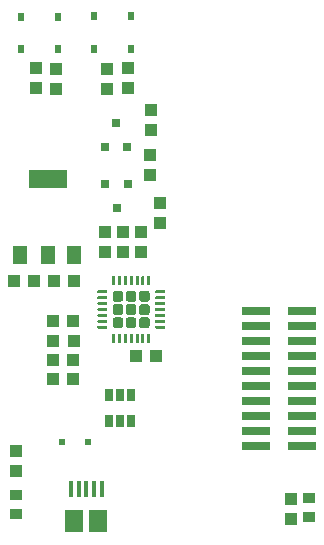
<source format=gbr>
G04 #@! TF.GenerationSoftware,KiCad,Pcbnew,(5.1.5-0-10_14)*
G04 #@! TF.CreationDate,2020-02-28T10:22:06-08:00*
G04 #@! TF.ProjectId,esp-prog,6573702d-7072-46f6-972e-6b696361645f,rev?*
G04 #@! TF.SameCoordinates,Original*
G04 #@! TF.FileFunction,Paste,Top*
G04 #@! TF.FilePolarity,Positive*
%FSLAX46Y46*%
G04 Gerber Fmt 4.6, Leading zero omitted, Abs format (unit mm)*
G04 Created by KiCad (PCBNEW (5.1.5-0-10_14)) date 2020-02-28 10:22:06*
%MOMM*%
%LPD*%
G04 APERTURE LIST*
%ADD10R,2.400000X0.740000*%
%ADD11R,1.000000X1.000000*%
%ADD12R,1.000000X0.820000*%
%ADD13R,0.600000X0.650000*%
%ADD14C,0.127000*%
%ADD15R,3.300000X1.500000*%
%ADD16R,1.200000X1.500000*%
%ADD17R,0.800100X0.800100*%
%ADD18R,1.500000X1.900000*%
%ADD19R,0.400000X1.350000*%
%ADD20R,0.650000X1.060000*%
%ADD21R,0.500000X0.500000*%
G04 APERTURE END LIST*
D10*
X52800000Y-65515000D03*
X56700000Y-65515000D03*
X52800000Y-64245000D03*
X56700000Y-64245000D03*
X52800000Y-62975000D03*
X56700000Y-62975000D03*
X52800000Y-61705000D03*
X56700000Y-61705000D03*
X52800000Y-60435000D03*
X56700000Y-60435000D03*
X52800000Y-59165000D03*
X56700000Y-59165000D03*
X52800000Y-57895000D03*
X56700000Y-57895000D03*
X52800000Y-56625000D03*
X56700000Y-56625000D03*
X52800000Y-55355000D03*
X56700000Y-55355000D03*
X52800000Y-54085000D03*
X56700000Y-54085000D03*
D11*
X55710000Y-71710000D03*
X55710000Y-70010000D03*
D12*
X57240000Y-71600000D03*
X57240000Y-70000000D03*
D13*
X42190000Y-31925000D03*
X39090000Y-31925000D03*
X42190000Y-29175000D03*
X39090000Y-29175000D03*
X35990000Y-31945000D03*
X32890000Y-31945000D03*
X35990000Y-29195000D03*
X32890000Y-29195000D03*
D14*
G36*
X40768626Y-51150301D02*
G01*
X40774693Y-51151201D01*
X40780643Y-51152691D01*
X40786418Y-51154758D01*
X40791962Y-51157380D01*
X40797223Y-51160533D01*
X40802150Y-51164187D01*
X40806694Y-51168306D01*
X40810813Y-51172850D01*
X40814467Y-51177777D01*
X40817620Y-51183038D01*
X40820242Y-51188582D01*
X40822309Y-51194357D01*
X40823799Y-51200307D01*
X40824699Y-51206374D01*
X40825000Y-51212500D01*
X40825000Y-51887500D01*
X40824699Y-51893626D01*
X40823799Y-51899693D01*
X40822309Y-51905643D01*
X40820242Y-51911418D01*
X40817620Y-51916962D01*
X40814467Y-51922223D01*
X40810813Y-51927150D01*
X40806694Y-51931694D01*
X40802150Y-51935813D01*
X40797223Y-51939467D01*
X40791962Y-51942620D01*
X40786418Y-51945242D01*
X40780643Y-51947309D01*
X40774693Y-51948799D01*
X40768626Y-51949699D01*
X40762500Y-51950000D01*
X40637500Y-51950000D01*
X40631374Y-51949699D01*
X40625307Y-51948799D01*
X40619357Y-51947309D01*
X40613582Y-51945242D01*
X40608038Y-51942620D01*
X40602777Y-51939467D01*
X40597850Y-51935813D01*
X40593306Y-51931694D01*
X40589187Y-51927150D01*
X40585533Y-51922223D01*
X40582380Y-51916962D01*
X40579758Y-51911418D01*
X40577691Y-51905643D01*
X40576201Y-51899693D01*
X40575301Y-51893626D01*
X40575000Y-51887500D01*
X40575000Y-51212500D01*
X40575301Y-51206374D01*
X40576201Y-51200307D01*
X40577691Y-51194357D01*
X40579758Y-51188582D01*
X40582380Y-51183038D01*
X40585533Y-51177777D01*
X40589187Y-51172850D01*
X40593306Y-51168306D01*
X40597850Y-51164187D01*
X40602777Y-51160533D01*
X40608038Y-51157380D01*
X40613582Y-51154758D01*
X40619357Y-51152691D01*
X40625307Y-51151201D01*
X40631374Y-51150301D01*
X40637500Y-51150000D01*
X40762500Y-51150000D01*
X40768626Y-51150301D01*
G37*
G36*
X41268626Y-51150301D02*
G01*
X41274693Y-51151201D01*
X41280643Y-51152691D01*
X41286418Y-51154758D01*
X41291962Y-51157380D01*
X41297223Y-51160533D01*
X41302150Y-51164187D01*
X41306694Y-51168306D01*
X41310813Y-51172850D01*
X41314467Y-51177777D01*
X41317620Y-51183038D01*
X41320242Y-51188582D01*
X41322309Y-51194357D01*
X41323799Y-51200307D01*
X41324699Y-51206374D01*
X41325000Y-51212500D01*
X41325000Y-51887500D01*
X41324699Y-51893626D01*
X41323799Y-51899693D01*
X41322309Y-51905643D01*
X41320242Y-51911418D01*
X41317620Y-51916962D01*
X41314467Y-51922223D01*
X41310813Y-51927150D01*
X41306694Y-51931694D01*
X41302150Y-51935813D01*
X41297223Y-51939467D01*
X41291962Y-51942620D01*
X41286418Y-51945242D01*
X41280643Y-51947309D01*
X41274693Y-51948799D01*
X41268626Y-51949699D01*
X41262500Y-51950000D01*
X41137500Y-51950000D01*
X41131374Y-51949699D01*
X41125307Y-51948799D01*
X41119357Y-51947309D01*
X41113582Y-51945242D01*
X41108038Y-51942620D01*
X41102777Y-51939467D01*
X41097850Y-51935813D01*
X41093306Y-51931694D01*
X41089187Y-51927150D01*
X41085533Y-51922223D01*
X41082380Y-51916962D01*
X41079758Y-51911418D01*
X41077691Y-51905643D01*
X41076201Y-51899693D01*
X41075301Y-51893626D01*
X41075000Y-51887500D01*
X41075000Y-51212500D01*
X41075301Y-51206374D01*
X41076201Y-51200307D01*
X41077691Y-51194357D01*
X41079758Y-51188582D01*
X41082380Y-51183038D01*
X41085533Y-51177777D01*
X41089187Y-51172850D01*
X41093306Y-51168306D01*
X41097850Y-51164187D01*
X41102777Y-51160533D01*
X41108038Y-51157380D01*
X41113582Y-51154758D01*
X41119357Y-51152691D01*
X41125307Y-51151201D01*
X41131374Y-51150301D01*
X41137500Y-51150000D01*
X41262500Y-51150000D01*
X41268626Y-51150301D01*
G37*
G36*
X41768626Y-51150301D02*
G01*
X41774693Y-51151201D01*
X41780643Y-51152691D01*
X41786418Y-51154758D01*
X41791962Y-51157380D01*
X41797223Y-51160533D01*
X41802150Y-51164187D01*
X41806694Y-51168306D01*
X41810813Y-51172850D01*
X41814467Y-51177777D01*
X41817620Y-51183038D01*
X41820242Y-51188582D01*
X41822309Y-51194357D01*
X41823799Y-51200307D01*
X41824699Y-51206374D01*
X41825000Y-51212500D01*
X41825000Y-51887500D01*
X41824699Y-51893626D01*
X41823799Y-51899693D01*
X41822309Y-51905643D01*
X41820242Y-51911418D01*
X41817620Y-51916962D01*
X41814467Y-51922223D01*
X41810813Y-51927150D01*
X41806694Y-51931694D01*
X41802150Y-51935813D01*
X41797223Y-51939467D01*
X41791962Y-51942620D01*
X41786418Y-51945242D01*
X41780643Y-51947309D01*
X41774693Y-51948799D01*
X41768626Y-51949699D01*
X41762500Y-51950000D01*
X41637500Y-51950000D01*
X41631374Y-51949699D01*
X41625307Y-51948799D01*
X41619357Y-51947309D01*
X41613582Y-51945242D01*
X41608038Y-51942620D01*
X41602777Y-51939467D01*
X41597850Y-51935813D01*
X41593306Y-51931694D01*
X41589187Y-51927150D01*
X41585533Y-51922223D01*
X41582380Y-51916962D01*
X41579758Y-51911418D01*
X41577691Y-51905643D01*
X41576201Y-51899693D01*
X41575301Y-51893626D01*
X41575000Y-51887500D01*
X41575000Y-51212500D01*
X41575301Y-51206374D01*
X41576201Y-51200307D01*
X41577691Y-51194357D01*
X41579758Y-51188582D01*
X41582380Y-51183038D01*
X41585533Y-51177777D01*
X41589187Y-51172850D01*
X41593306Y-51168306D01*
X41597850Y-51164187D01*
X41602777Y-51160533D01*
X41608038Y-51157380D01*
X41613582Y-51154758D01*
X41619357Y-51152691D01*
X41625307Y-51151201D01*
X41631374Y-51150301D01*
X41637500Y-51150000D01*
X41762500Y-51150000D01*
X41768626Y-51150301D01*
G37*
G36*
X42268626Y-51150301D02*
G01*
X42274693Y-51151201D01*
X42280643Y-51152691D01*
X42286418Y-51154758D01*
X42291962Y-51157380D01*
X42297223Y-51160533D01*
X42302150Y-51164187D01*
X42306694Y-51168306D01*
X42310813Y-51172850D01*
X42314467Y-51177777D01*
X42317620Y-51183038D01*
X42320242Y-51188582D01*
X42322309Y-51194357D01*
X42323799Y-51200307D01*
X42324699Y-51206374D01*
X42325000Y-51212500D01*
X42325000Y-51887500D01*
X42324699Y-51893626D01*
X42323799Y-51899693D01*
X42322309Y-51905643D01*
X42320242Y-51911418D01*
X42317620Y-51916962D01*
X42314467Y-51922223D01*
X42310813Y-51927150D01*
X42306694Y-51931694D01*
X42302150Y-51935813D01*
X42297223Y-51939467D01*
X42291962Y-51942620D01*
X42286418Y-51945242D01*
X42280643Y-51947309D01*
X42274693Y-51948799D01*
X42268626Y-51949699D01*
X42262500Y-51950000D01*
X42137500Y-51950000D01*
X42131374Y-51949699D01*
X42125307Y-51948799D01*
X42119357Y-51947309D01*
X42113582Y-51945242D01*
X42108038Y-51942620D01*
X42102777Y-51939467D01*
X42097850Y-51935813D01*
X42093306Y-51931694D01*
X42089187Y-51927150D01*
X42085533Y-51922223D01*
X42082380Y-51916962D01*
X42079758Y-51911418D01*
X42077691Y-51905643D01*
X42076201Y-51899693D01*
X42075301Y-51893626D01*
X42075000Y-51887500D01*
X42075000Y-51212500D01*
X42075301Y-51206374D01*
X42076201Y-51200307D01*
X42077691Y-51194357D01*
X42079758Y-51188582D01*
X42082380Y-51183038D01*
X42085533Y-51177777D01*
X42089187Y-51172850D01*
X42093306Y-51168306D01*
X42097850Y-51164187D01*
X42102777Y-51160533D01*
X42108038Y-51157380D01*
X42113582Y-51154758D01*
X42119357Y-51152691D01*
X42125307Y-51151201D01*
X42131374Y-51150301D01*
X42137500Y-51150000D01*
X42262500Y-51150000D01*
X42268626Y-51150301D01*
G37*
G36*
X42768626Y-51150301D02*
G01*
X42774693Y-51151201D01*
X42780643Y-51152691D01*
X42786418Y-51154758D01*
X42791962Y-51157380D01*
X42797223Y-51160533D01*
X42802150Y-51164187D01*
X42806694Y-51168306D01*
X42810813Y-51172850D01*
X42814467Y-51177777D01*
X42817620Y-51183038D01*
X42820242Y-51188582D01*
X42822309Y-51194357D01*
X42823799Y-51200307D01*
X42824699Y-51206374D01*
X42825000Y-51212500D01*
X42825000Y-51887500D01*
X42824699Y-51893626D01*
X42823799Y-51899693D01*
X42822309Y-51905643D01*
X42820242Y-51911418D01*
X42817620Y-51916962D01*
X42814467Y-51922223D01*
X42810813Y-51927150D01*
X42806694Y-51931694D01*
X42802150Y-51935813D01*
X42797223Y-51939467D01*
X42791962Y-51942620D01*
X42786418Y-51945242D01*
X42780643Y-51947309D01*
X42774693Y-51948799D01*
X42768626Y-51949699D01*
X42762500Y-51950000D01*
X42637500Y-51950000D01*
X42631374Y-51949699D01*
X42625307Y-51948799D01*
X42619357Y-51947309D01*
X42613582Y-51945242D01*
X42608038Y-51942620D01*
X42602777Y-51939467D01*
X42597850Y-51935813D01*
X42593306Y-51931694D01*
X42589187Y-51927150D01*
X42585533Y-51922223D01*
X42582380Y-51916962D01*
X42579758Y-51911418D01*
X42577691Y-51905643D01*
X42576201Y-51899693D01*
X42575301Y-51893626D01*
X42575000Y-51887500D01*
X42575000Y-51212500D01*
X42575301Y-51206374D01*
X42576201Y-51200307D01*
X42577691Y-51194357D01*
X42579758Y-51188582D01*
X42582380Y-51183038D01*
X42585533Y-51177777D01*
X42589187Y-51172850D01*
X42593306Y-51168306D01*
X42597850Y-51164187D01*
X42602777Y-51160533D01*
X42608038Y-51157380D01*
X42613582Y-51154758D01*
X42619357Y-51152691D01*
X42625307Y-51151201D01*
X42631374Y-51150301D01*
X42637500Y-51150000D01*
X42762500Y-51150000D01*
X42768626Y-51150301D01*
G37*
G36*
X43268626Y-51150301D02*
G01*
X43274693Y-51151201D01*
X43280643Y-51152691D01*
X43286418Y-51154758D01*
X43291962Y-51157380D01*
X43297223Y-51160533D01*
X43302150Y-51164187D01*
X43306694Y-51168306D01*
X43310813Y-51172850D01*
X43314467Y-51177777D01*
X43317620Y-51183038D01*
X43320242Y-51188582D01*
X43322309Y-51194357D01*
X43323799Y-51200307D01*
X43324699Y-51206374D01*
X43325000Y-51212500D01*
X43325000Y-51887500D01*
X43324699Y-51893626D01*
X43323799Y-51899693D01*
X43322309Y-51905643D01*
X43320242Y-51911418D01*
X43317620Y-51916962D01*
X43314467Y-51922223D01*
X43310813Y-51927150D01*
X43306694Y-51931694D01*
X43302150Y-51935813D01*
X43297223Y-51939467D01*
X43291962Y-51942620D01*
X43286418Y-51945242D01*
X43280643Y-51947309D01*
X43274693Y-51948799D01*
X43268626Y-51949699D01*
X43262500Y-51950000D01*
X43137500Y-51950000D01*
X43131374Y-51949699D01*
X43125307Y-51948799D01*
X43119357Y-51947309D01*
X43113582Y-51945242D01*
X43108038Y-51942620D01*
X43102777Y-51939467D01*
X43097850Y-51935813D01*
X43093306Y-51931694D01*
X43089187Y-51927150D01*
X43085533Y-51922223D01*
X43082380Y-51916962D01*
X43079758Y-51911418D01*
X43077691Y-51905643D01*
X43076201Y-51899693D01*
X43075301Y-51893626D01*
X43075000Y-51887500D01*
X43075000Y-51212500D01*
X43075301Y-51206374D01*
X43076201Y-51200307D01*
X43077691Y-51194357D01*
X43079758Y-51188582D01*
X43082380Y-51183038D01*
X43085533Y-51177777D01*
X43089187Y-51172850D01*
X43093306Y-51168306D01*
X43097850Y-51164187D01*
X43102777Y-51160533D01*
X43108038Y-51157380D01*
X43113582Y-51154758D01*
X43119357Y-51152691D01*
X43125307Y-51151201D01*
X43131374Y-51150301D01*
X43137500Y-51150000D01*
X43262500Y-51150000D01*
X43268626Y-51150301D01*
G37*
G36*
X43768626Y-51150301D02*
G01*
X43774693Y-51151201D01*
X43780643Y-51152691D01*
X43786418Y-51154758D01*
X43791962Y-51157380D01*
X43797223Y-51160533D01*
X43802150Y-51164187D01*
X43806694Y-51168306D01*
X43810813Y-51172850D01*
X43814467Y-51177777D01*
X43817620Y-51183038D01*
X43820242Y-51188582D01*
X43822309Y-51194357D01*
X43823799Y-51200307D01*
X43824699Y-51206374D01*
X43825000Y-51212500D01*
X43825000Y-51887500D01*
X43824699Y-51893626D01*
X43823799Y-51899693D01*
X43822309Y-51905643D01*
X43820242Y-51911418D01*
X43817620Y-51916962D01*
X43814467Y-51922223D01*
X43810813Y-51927150D01*
X43806694Y-51931694D01*
X43802150Y-51935813D01*
X43797223Y-51939467D01*
X43791962Y-51942620D01*
X43786418Y-51945242D01*
X43780643Y-51947309D01*
X43774693Y-51948799D01*
X43768626Y-51949699D01*
X43762500Y-51950000D01*
X43637500Y-51950000D01*
X43631374Y-51949699D01*
X43625307Y-51948799D01*
X43619357Y-51947309D01*
X43613582Y-51945242D01*
X43608038Y-51942620D01*
X43602777Y-51939467D01*
X43597850Y-51935813D01*
X43593306Y-51931694D01*
X43589187Y-51927150D01*
X43585533Y-51922223D01*
X43582380Y-51916962D01*
X43579758Y-51911418D01*
X43577691Y-51905643D01*
X43576201Y-51899693D01*
X43575301Y-51893626D01*
X43575000Y-51887500D01*
X43575000Y-51212500D01*
X43575301Y-51206374D01*
X43576201Y-51200307D01*
X43577691Y-51194357D01*
X43579758Y-51188582D01*
X43582380Y-51183038D01*
X43585533Y-51177777D01*
X43589187Y-51172850D01*
X43593306Y-51168306D01*
X43597850Y-51164187D01*
X43602777Y-51160533D01*
X43608038Y-51157380D01*
X43613582Y-51154758D01*
X43619357Y-51152691D01*
X43625307Y-51151201D01*
X43631374Y-51150301D01*
X43637500Y-51150000D01*
X43762500Y-51150000D01*
X43768626Y-51150301D01*
G37*
G36*
X44993626Y-52375301D02*
G01*
X44999693Y-52376201D01*
X45005643Y-52377691D01*
X45011418Y-52379758D01*
X45016962Y-52382380D01*
X45022223Y-52385533D01*
X45027150Y-52389187D01*
X45031694Y-52393306D01*
X45035813Y-52397850D01*
X45039467Y-52402777D01*
X45042620Y-52408038D01*
X45045242Y-52413582D01*
X45047309Y-52419357D01*
X45048799Y-52425307D01*
X45049699Y-52431374D01*
X45050000Y-52437500D01*
X45050000Y-52562500D01*
X45049699Y-52568626D01*
X45048799Y-52574693D01*
X45047309Y-52580643D01*
X45045242Y-52586418D01*
X45042620Y-52591962D01*
X45039467Y-52597223D01*
X45035813Y-52602150D01*
X45031694Y-52606694D01*
X45027150Y-52610813D01*
X45022223Y-52614467D01*
X45016962Y-52617620D01*
X45011418Y-52620242D01*
X45005643Y-52622309D01*
X44999693Y-52623799D01*
X44993626Y-52624699D01*
X44987500Y-52625000D01*
X44312500Y-52625000D01*
X44306374Y-52624699D01*
X44300307Y-52623799D01*
X44294357Y-52622309D01*
X44288582Y-52620242D01*
X44283038Y-52617620D01*
X44277777Y-52614467D01*
X44272850Y-52610813D01*
X44268306Y-52606694D01*
X44264187Y-52602150D01*
X44260533Y-52597223D01*
X44257380Y-52591962D01*
X44254758Y-52586418D01*
X44252691Y-52580643D01*
X44251201Y-52574693D01*
X44250301Y-52568626D01*
X44250000Y-52562500D01*
X44250000Y-52437500D01*
X44250301Y-52431374D01*
X44251201Y-52425307D01*
X44252691Y-52419357D01*
X44254758Y-52413582D01*
X44257380Y-52408038D01*
X44260533Y-52402777D01*
X44264187Y-52397850D01*
X44268306Y-52393306D01*
X44272850Y-52389187D01*
X44277777Y-52385533D01*
X44283038Y-52382380D01*
X44288582Y-52379758D01*
X44294357Y-52377691D01*
X44300307Y-52376201D01*
X44306374Y-52375301D01*
X44312500Y-52375000D01*
X44987500Y-52375000D01*
X44993626Y-52375301D01*
G37*
G36*
X44993626Y-52875301D02*
G01*
X44999693Y-52876201D01*
X45005643Y-52877691D01*
X45011418Y-52879758D01*
X45016962Y-52882380D01*
X45022223Y-52885533D01*
X45027150Y-52889187D01*
X45031694Y-52893306D01*
X45035813Y-52897850D01*
X45039467Y-52902777D01*
X45042620Y-52908038D01*
X45045242Y-52913582D01*
X45047309Y-52919357D01*
X45048799Y-52925307D01*
X45049699Y-52931374D01*
X45050000Y-52937500D01*
X45050000Y-53062500D01*
X45049699Y-53068626D01*
X45048799Y-53074693D01*
X45047309Y-53080643D01*
X45045242Y-53086418D01*
X45042620Y-53091962D01*
X45039467Y-53097223D01*
X45035813Y-53102150D01*
X45031694Y-53106694D01*
X45027150Y-53110813D01*
X45022223Y-53114467D01*
X45016962Y-53117620D01*
X45011418Y-53120242D01*
X45005643Y-53122309D01*
X44999693Y-53123799D01*
X44993626Y-53124699D01*
X44987500Y-53125000D01*
X44312500Y-53125000D01*
X44306374Y-53124699D01*
X44300307Y-53123799D01*
X44294357Y-53122309D01*
X44288582Y-53120242D01*
X44283038Y-53117620D01*
X44277777Y-53114467D01*
X44272850Y-53110813D01*
X44268306Y-53106694D01*
X44264187Y-53102150D01*
X44260533Y-53097223D01*
X44257380Y-53091962D01*
X44254758Y-53086418D01*
X44252691Y-53080643D01*
X44251201Y-53074693D01*
X44250301Y-53068626D01*
X44250000Y-53062500D01*
X44250000Y-52937500D01*
X44250301Y-52931374D01*
X44251201Y-52925307D01*
X44252691Y-52919357D01*
X44254758Y-52913582D01*
X44257380Y-52908038D01*
X44260533Y-52902777D01*
X44264187Y-52897850D01*
X44268306Y-52893306D01*
X44272850Y-52889187D01*
X44277777Y-52885533D01*
X44283038Y-52882380D01*
X44288582Y-52879758D01*
X44294357Y-52877691D01*
X44300307Y-52876201D01*
X44306374Y-52875301D01*
X44312500Y-52875000D01*
X44987500Y-52875000D01*
X44993626Y-52875301D01*
G37*
G36*
X44993626Y-53375301D02*
G01*
X44999693Y-53376201D01*
X45005643Y-53377691D01*
X45011418Y-53379758D01*
X45016962Y-53382380D01*
X45022223Y-53385533D01*
X45027150Y-53389187D01*
X45031694Y-53393306D01*
X45035813Y-53397850D01*
X45039467Y-53402777D01*
X45042620Y-53408038D01*
X45045242Y-53413582D01*
X45047309Y-53419357D01*
X45048799Y-53425307D01*
X45049699Y-53431374D01*
X45050000Y-53437500D01*
X45050000Y-53562500D01*
X45049699Y-53568626D01*
X45048799Y-53574693D01*
X45047309Y-53580643D01*
X45045242Y-53586418D01*
X45042620Y-53591962D01*
X45039467Y-53597223D01*
X45035813Y-53602150D01*
X45031694Y-53606694D01*
X45027150Y-53610813D01*
X45022223Y-53614467D01*
X45016962Y-53617620D01*
X45011418Y-53620242D01*
X45005643Y-53622309D01*
X44999693Y-53623799D01*
X44993626Y-53624699D01*
X44987500Y-53625000D01*
X44312500Y-53625000D01*
X44306374Y-53624699D01*
X44300307Y-53623799D01*
X44294357Y-53622309D01*
X44288582Y-53620242D01*
X44283038Y-53617620D01*
X44277777Y-53614467D01*
X44272850Y-53610813D01*
X44268306Y-53606694D01*
X44264187Y-53602150D01*
X44260533Y-53597223D01*
X44257380Y-53591962D01*
X44254758Y-53586418D01*
X44252691Y-53580643D01*
X44251201Y-53574693D01*
X44250301Y-53568626D01*
X44250000Y-53562500D01*
X44250000Y-53437500D01*
X44250301Y-53431374D01*
X44251201Y-53425307D01*
X44252691Y-53419357D01*
X44254758Y-53413582D01*
X44257380Y-53408038D01*
X44260533Y-53402777D01*
X44264187Y-53397850D01*
X44268306Y-53393306D01*
X44272850Y-53389187D01*
X44277777Y-53385533D01*
X44283038Y-53382380D01*
X44288582Y-53379758D01*
X44294357Y-53377691D01*
X44300307Y-53376201D01*
X44306374Y-53375301D01*
X44312500Y-53375000D01*
X44987500Y-53375000D01*
X44993626Y-53375301D01*
G37*
G36*
X44993626Y-53875301D02*
G01*
X44999693Y-53876201D01*
X45005643Y-53877691D01*
X45011418Y-53879758D01*
X45016962Y-53882380D01*
X45022223Y-53885533D01*
X45027150Y-53889187D01*
X45031694Y-53893306D01*
X45035813Y-53897850D01*
X45039467Y-53902777D01*
X45042620Y-53908038D01*
X45045242Y-53913582D01*
X45047309Y-53919357D01*
X45048799Y-53925307D01*
X45049699Y-53931374D01*
X45050000Y-53937500D01*
X45050000Y-54062500D01*
X45049699Y-54068626D01*
X45048799Y-54074693D01*
X45047309Y-54080643D01*
X45045242Y-54086418D01*
X45042620Y-54091962D01*
X45039467Y-54097223D01*
X45035813Y-54102150D01*
X45031694Y-54106694D01*
X45027150Y-54110813D01*
X45022223Y-54114467D01*
X45016962Y-54117620D01*
X45011418Y-54120242D01*
X45005643Y-54122309D01*
X44999693Y-54123799D01*
X44993626Y-54124699D01*
X44987500Y-54125000D01*
X44312500Y-54125000D01*
X44306374Y-54124699D01*
X44300307Y-54123799D01*
X44294357Y-54122309D01*
X44288582Y-54120242D01*
X44283038Y-54117620D01*
X44277777Y-54114467D01*
X44272850Y-54110813D01*
X44268306Y-54106694D01*
X44264187Y-54102150D01*
X44260533Y-54097223D01*
X44257380Y-54091962D01*
X44254758Y-54086418D01*
X44252691Y-54080643D01*
X44251201Y-54074693D01*
X44250301Y-54068626D01*
X44250000Y-54062500D01*
X44250000Y-53937500D01*
X44250301Y-53931374D01*
X44251201Y-53925307D01*
X44252691Y-53919357D01*
X44254758Y-53913582D01*
X44257380Y-53908038D01*
X44260533Y-53902777D01*
X44264187Y-53897850D01*
X44268306Y-53893306D01*
X44272850Y-53889187D01*
X44277777Y-53885533D01*
X44283038Y-53882380D01*
X44288582Y-53879758D01*
X44294357Y-53877691D01*
X44300307Y-53876201D01*
X44306374Y-53875301D01*
X44312500Y-53875000D01*
X44987500Y-53875000D01*
X44993626Y-53875301D01*
G37*
G36*
X44993626Y-54375301D02*
G01*
X44999693Y-54376201D01*
X45005643Y-54377691D01*
X45011418Y-54379758D01*
X45016962Y-54382380D01*
X45022223Y-54385533D01*
X45027150Y-54389187D01*
X45031694Y-54393306D01*
X45035813Y-54397850D01*
X45039467Y-54402777D01*
X45042620Y-54408038D01*
X45045242Y-54413582D01*
X45047309Y-54419357D01*
X45048799Y-54425307D01*
X45049699Y-54431374D01*
X45050000Y-54437500D01*
X45050000Y-54562500D01*
X45049699Y-54568626D01*
X45048799Y-54574693D01*
X45047309Y-54580643D01*
X45045242Y-54586418D01*
X45042620Y-54591962D01*
X45039467Y-54597223D01*
X45035813Y-54602150D01*
X45031694Y-54606694D01*
X45027150Y-54610813D01*
X45022223Y-54614467D01*
X45016962Y-54617620D01*
X45011418Y-54620242D01*
X45005643Y-54622309D01*
X44999693Y-54623799D01*
X44993626Y-54624699D01*
X44987500Y-54625000D01*
X44312500Y-54625000D01*
X44306374Y-54624699D01*
X44300307Y-54623799D01*
X44294357Y-54622309D01*
X44288582Y-54620242D01*
X44283038Y-54617620D01*
X44277777Y-54614467D01*
X44272850Y-54610813D01*
X44268306Y-54606694D01*
X44264187Y-54602150D01*
X44260533Y-54597223D01*
X44257380Y-54591962D01*
X44254758Y-54586418D01*
X44252691Y-54580643D01*
X44251201Y-54574693D01*
X44250301Y-54568626D01*
X44250000Y-54562500D01*
X44250000Y-54437500D01*
X44250301Y-54431374D01*
X44251201Y-54425307D01*
X44252691Y-54419357D01*
X44254758Y-54413582D01*
X44257380Y-54408038D01*
X44260533Y-54402777D01*
X44264187Y-54397850D01*
X44268306Y-54393306D01*
X44272850Y-54389187D01*
X44277777Y-54385533D01*
X44283038Y-54382380D01*
X44288582Y-54379758D01*
X44294357Y-54377691D01*
X44300307Y-54376201D01*
X44306374Y-54375301D01*
X44312500Y-54375000D01*
X44987500Y-54375000D01*
X44993626Y-54375301D01*
G37*
G36*
X44993626Y-54875301D02*
G01*
X44999693Y-54876201D01*
X45005643Y-54877691D01*
X45011418Y-54879758D01*
X45016962Y-54882380D01*
X45022223Y-54885533D01*
X45027150Y-54889187D01*
X45031694Y-54893306D01*
X45035813Y-54897850D01*
X45039467Y-54902777D01*
X45042620Y-54908038D01*
X45045242Y-54913582D01*
X45047309Y-54919357D01*
X45048799Y-54925307D01*
X45049699Y-54931374D01*
X45050000Y-54937500D01*
X45050000Y-55062500D01*
X45049699Y-55068626D01*
X45048799Y-55074693D01*
X45047309Y-55080643D01*
X45045242Y-55086418D01*
X45042620Y-55091962D01*
X45039467Y-55097223D01*
X45035813Y-55102150D01*
X45031694Y-55106694D01*
X45027150Y-55110813D01*
X45022223Y-55114467D01*
X45016962Y-55117620D01*
X45011418Y-55120242D01*
X45005643Y-55122309D01*
X44999693Y-55123799D01*
X44993626Y-55124699D01*
X44987500Y-55125000D01*
X44312500Y-55125000D01*
X44306374Y-55124699D01*
X44300307Y-55123799D01*
X44294357Y-55122309D01*
X44288582Y-55120242D01*
X44283038Y-55117620D01*
X44277777Y-55114467D01*
X44272850Y-55110813D01*
X44268306Y-55106694D01*
X44264187Y-55102150D01*
X44260533Y-55097223D01*
X44257380Y-55091962D01*
X44254758Y-55086418D01*
X44252691Y-55080643D01*
X44251201Y-55074693D01*
X44250301Y-55068626D01*
X44250000Y-55062500D01*
X44250000Y-54937500D01*
X44250301Y-54931374D01*
X44251201Y-54925307D01*
X44252691Y-54919357D01*
X44254758Y-54913582D01*
X44257380Y-54908038D01*
X44260533Y-54902777D01*
X44264187Y-54897850D01*
X44268306Y-54893306D01*
X44272850Y-54889187D01*
X44277777Y-54885533D01*
X44283038Y-54882380D01*
X44288582Y-54879758D01*
X44294357Y-54877691D01*
X44300307Y-54876201D01*
X44306374Y-54875301D01*
X44312500Y-54875000D01*
X44987500Y-54875000D01*
X44993626Y-54875301D01*
G37*
G36*
X44993626Y-55375301D02*
G01*
X44999693Y-55376201D01*
X45005643Y-55377691D01*
X45011418Y-55379758D01*
X45016962Y-55382380D01*
X45022223Y-55385533D01*
X45027150Y-55389187D01*
X45031694Y-55393306D01*
X45035813Y-55397850D01*
X45039467Y-55402777D01*
X45042620Y-55408038D01*
X45045242Y-55413582D01*
X45047309Y-55419357D01*
X45048799Y-55425307D01*
X45049699Y-55431374D01*
X45050000Y-55437500D01*
X45050000Y-55562500D01*
X45049699Y-55568626D01*
X45048799Y-55574693D01*
X45047309Y-55580643D01*
X45045242Y-55586418D01*
X45042620Y-55591962D01*
X45039467Y-55597223D01*
X45035813Y-55602150D01*
X45031694Y-55606694D01*
X45027150Y-55610813D01*
X45022223Y-55614467D01*
X45016962Y-55617620D01*
X45011418Y-55620242D01*
X45005643Y-55622309D01*
X44999693Y-55623799D01*
X44993626Y-55624699D01*
X44987500Y-55625000D01*
X44312500Y-55625000D01*
X44306374Y-55624699D01*
X44300307Y-55623799D01*
X44294357Y-55622309D01*
X44288582Y-55620242D01*
X44283038Y-55617620D01*
X44277777Y-55614467D01*
X44272850Y-55610813D01*
X44268306Y-55606694D01*
X44264187Y-55602150D01*
X44260533Y-55597223D01*
X44257380Y-55591962D01*
X44254758Y-55586418D01*
X44252691Y-55580643D01*
X44251201Y-55574693D01*
X44250301Y-55568626D01*
X44250000Y-55562500D01*
X44250000Y-55437500D01*
X44250301Y-55431374D01*
X44251201Y-55425307D01*
X44252691Y-55419357D01*
X44254758Y-55413582D01*
X44257380Y-55408038D01*
X44260533Y-55402777D01*
X44264187Y-55397850D01*
X44268306Y-55393306D01*
X44272850Y-55389187D01*
X44277777Y-55385533D01*
X44283038Y-55382380D01*
X44288582Y-55379758D01*
X44294357Y-55377691D01*
X44300307Y-55376201D01*
X44306374Y-55375301D01*
X44312500Y-55375000D01*
X44987500Y-55375000D01*
X44993626Y-55375301D01*
G37*
G36*
X43768626Y-56050301D02*
G01*
X43774693Y-56051201D01*
X43780643Y-56052691D01*
X43786418Y-56054758D01*
X43791962Y-56057380D01*
X43797223Y-56060533D01*
X43802150Y-56064187D01*
X43806694Y-56068306D01*
X43810813Y-56072850D01*
X43814467Y-56077777D01*
X43817620Y-56083038D01*
X43820242Y-56088582D01*
X43822309Y-56094357D01*
X43823799Y-56100307D01*
X43824699Y-56106374D01*
X43825000Y-56112500D01*
X43825000Y-56787500D01*
X43824699Y-56793626D01*
X43823799Y-56799693D01*
X43822309Y-56805643D01*
X43820242Y-56811418D01*
X43817620Y-56816962D01*
X43814467Y-56822223D01*
X43810813Y-56827150D01*
X43806694Y-56831694D01*
X43802150Y-56835813D01*
X43797223Y-56839467D01*
X43791962Y-56842620D01*
X43786418Y-56845242D01*
X43780643Y-56847309D01*
X43774693Y-56848799D01*
X43768626Y-56849699D01*
X43762500Y-56850000D01*
X43637500Y-56850000D01*
X43631374Y-56849699D01*
X43625307Y-56848799D01*
X43619357Y-56847309D01*
X43613582Y-56845242D01*
X43608038Y-56842620D01*
X43602777Y-56839467D01*
X43597850Y-56835813D01*
X43593306Y-56831694D01*
X43589187Y-56827150D01*
X43585533Y-56822223D01*
X43582380Y-56816962D01*
X43579758Y-56811418D01*
X43577691Y-56805643D01*
X43576201Y-56799693D01*
X43575301Y-56793626D01*
X43575000Y-56787500D01*
X43575000Y-56112500D01*
X43575301Y-56106374D01*
X43576201Y-56100307D01*
X43577691Y-56094357D01*
X43579758Y-56088582D01*
X43582380Y-56083038D01*
X43585533Y-56077777D01*
X43589187Y-56072850D01*
X43593306Y-56068306D01*
X43597850Y-56064187D01*
X43602777Y-56060533D01*
X43608038Y-56057380D01*
X43613582Y-56054758D01*
X43619357Y-56052691D01*
X43625307Y-56051201D01*
X43631374Y-56050301D01*
X43637500Y-56050000D01*
X43762500Y-56050000D01*
X43768626Y-56050301D01*
G37*
G36*
X43268626Y-56050301D02*
G01*
X43274693Y-56051201D01*
X43280643Y-56052691D01*
X43286418Y-56054758D01*
X43291962Y-56057380D01*
X43297223Y-56060533D01*
X43302150Y-56064187D01*
X43306694Y-56068306D01*
X43310813Y-56072850D01*
X43314467Y-56077777D01*
X43317620Y-56083038D01*
X43320242Y-56088582D01*
X43322309Y-56094357D01*
X43323799Y-56100307D01*
X43324699Y-56106374D01*
X43325000Y-56112500D01*
X43325000Y-56787500D01*
X43324699Y-56793626D01*
X43323799Y-56799693D01*
X43322309Y-56805643D01*
X43320242Y-56811418D01*
X43317620Y-56816962D01*
X43314467Y-56822223D01*
X43310813Y-56827150D01*
X43306694Y-56831694D01*
X43302150Y-56835813D01*
X43297223Y-56839467D01*
X43291962Y-56842620D01*
X43286418Y-56845242D01*
X43280643Y-56847309D01*
X43274693Y-56848799D01*
X43268626Y-56849699D01*
X43262500Y-56850000D01*
X43137500Y-56850000D01*
X43131374Y-56849699D01*
X43125307Y-56848799D01*
X43119357Y-56847309D01*
X43113582Y-56845242D01*
X43108038Y-56842620D01*
X43102777Y-56839467D01*
X43097850Y-56835813D01*
X43093306Y-56831694D01*
X43089187Y-56827150D01*
X43085533Y-56822223D01*
X43082380Y-56816962D01*
X43079758Y-56811418D01*
X43077691Y-56805643D01*
X43076201Y-56799693D01*
X43075301Y-56793626D01*
X43075000Y-56787500D01*
X43075000Y-56112500D01*
X43075301Y-56106374D01*
X43076201Y-56100307D01*
X43077691Y-56094357D01*
X43079758Y-56088582D01*
X43082380Y-56083038D01*
X43085533Y-56077777D01*
X43089187Y-56072850D01*
X43093306Y-56068306D01*
X43097850Y-56064187D01*
X43102777Y-56060533D01*
X43108038Y-56057380D01*
X43113582Y-56054758D01*
X43119357Y-56052691D01*
X43125307Y-56051201D01*
X43131374Y-56050301D01*
X43137500Y-56050000D01*
X43262500Y-56050000D01*
X43268626Y-56050301D01*
G37*
G36*
X42768626Y-56050301D02*
G01*
X42774693Y-56051201D01*
X42780643Y-56052691D01*
X42786418Y-56054758D01*
X42791962Y-56057380D01*
X42797223Y-56060533D01*
X42802150Y-56064187D01*
X42806694Y-56068306D01*
X42810813Y-56072850D01*
X42814467Y-56077777D01*
X42817620Y-56083038D01*
X42820242Y-56088582D01*
X42822309Y-56094357D01*
X42823799Y-56100307D01*
X42824699Y-56106374D01*
X42825000Y-56112500D01*
X42825000Y-56787500D01*
X42824699Y-56793626D01*
X42823799Y-56799693D01*
X42822309Y-56805643D01*
X42820242Y-56811418D01*
X42817620Y-56816962D01*
X42814467Y-56822223D01*
X42810813Y-56827150D01*
X42806694Y-56831694D01*
X42802150Y-56835813D01*
X42797223Y-56839467D01*
X42791962Y-56842620D01*
X42786418Y-56845242D01*
X42780643Y-56847309D01*
X42774693Y-56848799D01*
X42768626Y-56849699D01*
X42762500Y-56850000D01*
X42637500Y-56850000D01*
X42631374Y-56849699D01*
X42625307Y-56848799D01*
X42619357Y-56847309D01*
X42613582Y-56845242D01*
X42608038Y-56842620D01*
X42602777Y-56839467D01*
X42597850Y-56835813D01*
X42593306Y-56831694D01*
X42589187Y-56827150D01*
X42585533Y-56822223D01*
X42582380Y-56816962D01*
X42579758Y-56811418D01*
X42577691Y-56805643D01*
X42576201Y-56799693D01*
X42575301Y-56793626D01*
X42575000Y-56787500D01*
X42575000Y-56112500D01*
X42575301Y-56106374D01*
X42576201Y-56100307D01*
X42577691Y-56094357D01*
X42579758Y-56088582D01*
X42582380Y-56083038D01*
X42585533Y-56077777D01*
X42589187Y-56072850D01*
X42593306Y-56068306D01*
X42597850Y-56064187D01*
X42602777Y-56060533D01*
X42608038Y-56057380D01*
X42613582Y-56054758D01*
X42619357Y-56052691D01*
X42625307Y-56051201D01*
X42631374Y-56050301D01*
X42637500Y-56050000D01*
X42762500Y-56050000D01*
X42768626Y-56050301D01*
G37*
G36*
X42268626Y-56050301D02*
G01*
X42274693Y-56051201D01*
X42280643Y-56052691D01*
X42286418Y-56054758D01*
X42291962Y-56057380D01*
X42297223Y-56060533D01*
X42302150Y-56064187D01*
X42306694Y-56068306D01*
X42310813Y-56072850D01*
X42314467Y-56077777D01*
X42317620Y-56083038D01*
X42320242Y-56088582D01*
X42322309Y-56094357D01*
X42323799Y-56100307D01*
X42324699Y-56106374D01*
X42325000Y-56112500D01*
X42325000Y-56787500D01*
X42324699Y-56793626D01*
X42323799Y-56799693D01*
X42322309Y-56805643D01*
X42320242Y-56811418D01*
X42317620Y-56816962D01*
X42314467Y-56822223D01*
X42310813Y-56827150D01*
X42306694Y-56831694D01*
X42302150Y-56835813D01*
X42297223Y-56839467D01*
X42291962Y-56842620D01*
X42286418Y-56845242D01*
X42280643Y-56847309D01*
X42274693Y-56848799D01*
X42268626Y-56849699D01*
X42262500Y-56850000D01*
X42137500Y-56850000D01*
X42131374Y-56849699D01*
X42125307Y-56848799D01*
X42119357Y-56847309D01*
X42113582Y-56845242D01*
X42108038Y-56842620D01*
X42102777Y-56839467D01*
X42097850Y-56835813D01*
X42093306Y-56831694D01*
X42089187Y-56827150D01*
X42085533Y-56822223D01*
X42082380Y-56816962D01*
X42079758Y-56811418D01*
X42077691Y-56805643D01*
X42076201Y-56799693D01*
X42075301Y-56793626D01*
X42075000Y-56787500D01*
X42075000Y-56112500D01*
X42075301Y-56106374D01*
X42076201Y-56100307D01*
X42077691Y-56094357D01*
X42079758Y-56088582D01*
X42082380Y-56083038D01*
X42085533Y-56077777D01*
X42089187Y-56072850D01*
X42093306Y-56068306D01*
X42097850Y-56064187D01*
X42102777Y-56060533D01*
X42108038Y-56057380D01*
X42113582Y-56054758D01*
X42119357Y-56052691D01*
X42125307Y-56051201D01*
X42131374Y-56050301D01*
X42137500Y-56050000D01*
X42262500Y-56050000D01*
X42268626Y-56050301D01*
G37*
G36*
X41768626Y-56050301D02*
G01*
X41774693Y-56051201D01*
X41780643Y-56052691D01*
X41786418Y-56054758D01*
X41791962Y-56057380D01*
X41797223Y-56060533D01*
X41802150Y-56064187D01*
X41806694Y-56068306D01*
X41810813Y-56072850D01*
X41814467Y-56077777D01*
X41817620Y-56083038D01*
X41820242Y-56088582D01*
X41822309Y-56094357D01*
X41823799Y-56100307D01*
X41824699Y-56106374D01*
X41825000Y-56112500D01*
X41825000Y-56787500D01*
X41824699Y-56793626D01*
X41823799Y-56799693D01*
X41822309Y-56805643D01*
X41820242Y-56811418D01*
X41817620Y-56816962D01*
X41814467Y-56822223D01*
X41810813Y-56827150D01*
X41806694Y-56831694D01*
X41802150Y-56835813D01*
X41797223Y-56839467D01*
X41791962Y-56842620D01*
X41786418Y-56845242D01*
X41780643Y-56847309D01*
X41774693Y-56848799D01*
X41768626Y-56849699D01*
X41762500Y-56850000D01*
X41637500Y-56850000D01*
X41631374Y-56849699D01*
X41625307Y-56848799D01*
X41619357Y-56847309D01*
X41613582Y-56845242D01*
X41608038Y-56842620D01*
X41602777Y-56839467D01*
X41597850Y-56835813D01*
X41593306Y-56831694D01*
X41589187Y-56827150D01*
X41585533Y-56822223D01*
X41582380Y-56816962D01*
X41579758Y-56811418D01*
X41577691Y-56805643D01*
X41576201Y-56799693D01*
X41575301Y-56793626D01*
X41575000Y-56787500D01*
X41575000Y-56112500D01*
X41575301Y-56106374D01*
X41576201Y-56100307D01*
X41577691Y-56094357D01*
X41579758Y-56088582D01*
X41582380Y-56083038D01*
X41585533Y-56077777D01*
X41589187Y-56072850D01*
X41593306Y-56068306D01*
X41597850Y-56064187D01*
X41602777Y-56060533D01*
X41608038Y-56057380D01*
X41613582Y-56054758D01*
X41619357Y-56052691D01*
X41625307Y-56051201D01*
X41631374Y-56050301D01*
X41637500Y-56050000D01*
X41762500Y-56050000D01*
X41768626Y-56050301D01*
G37*
G36*
X41268626Y-56050301D02*
G01*
X41274693Y-56051201D01*
X41280643Y-56052691D01*
X41286418Y-56054758D01*
X41291962Y-56057380D01*
X41297223Y-56060533D01*
X41302150Y-56064187D01*
X41306694Y-56068306D01*
X41310813Y-56072850D01*
X41314467Y-56077777D01*
X41317620Y-56083038D01*
X41320242Y-56088582D01*
X41322309Y-56094357D01*
X41323799Y-56100307D01*
X41324699Y-56106374D01*
X41325000Y-56112500D01*
X41325000Y-56787500D01*
X41324699Y-56793626D01*
X41323799Y-56799693D01*
X41322309Y-56805643D01*
X41320242Y-56811418D01*
X41317620Y-56816962D01*
X41314467Y-56822223D01*
X41310813Y-56827150D01*
X41306694Y-56831694D01*
X41302150Y-56835813D01*
X41297223Y-56839467D01*
X41291962Y-56842620D01*
X41286418Y-56845242D01*
X41280643Y-56847309D01*
X41274693Y-56848799D01*
X41268626Y-56849699D01*
X41262500Y-56850000D01*
X41137500Y-56850000D01*
X41131374Y-56849699D01*
X41125307Y-56848799D01*
X41119357Y-56847309D01*
X41113582Y-56845242D01*
X41108038Y-56842620D01*
X41102777Y-56839467D01*
X41097850Y-56835813D01*
X41093306Y-56831694D01*
X41089187Y-56827150D01*
X41085533Y-56822223D01*
X41082380Y-56816962D01*
X41079758Y-56811418D01*
X41077691Y-56805643D01*
X41076201Y-56799693D01*
X41075301Y-56793626D01*
X41075000Y-56787500D01*
X41075000Y-56112500D01*
X41075301Y-56106374D01*
X41076201Y-56100307D01*
X41077691Y-56094357D01*
X41079758Y-56088582D01*
X41082380Y-56083038D01*
X41085533Y-56077777D01*
X41089187Y-56072850D01*
X41093306Y-56068306D01*
X41097850Y-56064187D01*
X41102777Y-56060533D01*
X41108038Y-56057380D01*
X41113582Y-56054758D01*
X41119357Y-56052691D01*
X41125307Y-56051201D01*
X41131374Y-56050301D01*
X41137500Y-56050000D01*
X41262500Y-56050000D01*
X41268626Y-56050301D01*
G37*
G36*
X40768626Y-56050301D02*
G01*
X40774693Y-56051201D01*
X40780643Y-56052691D01*
X40786418Y-56054758D01*
X40791962Y-56057380D01*
X40797223Y-56060533D01*
X40802150Y-56064187D01*
X40806694Y-56068306D01*
X40810813Y-56072850D01*
X40814467Y-56077777D01*
X40817620Y-56083038D01*
X40820242Y-56088582D01*
X40822309Y-56094357D01*
X40823799Y-56100307D01*
X40824699Y-56106374D01*
X40825000Y-56112500D01*
X40825000Y-56787500D01*
X40824699Y-56793626D01*
X40823799Y-56799693D01*
X40822309Y-56805643D01*
X40820242Y-56811418D01*
X40817620Y-56816962D01*
X40814467Y-56822223D01*
X40810813Y-56827150D01*
X40806694Y-56831694D01*
X40802150Y-56835813D01*
X40797223Y-56839467D01*
X40791962Y-56842620D01*
X40786418Y-56845242D01*
X40780643Y-56847309D01*
X40774693Y-56848799D01*
X40768626Y-56849699D01*
X40762500Y-56850000D01*
X40637500Y-56850000D01*
X40631374Y-56849699D01*
X40625307Y-56848799D01*
X40619357Y-56847309D01*
X40613582Y-56845242D01*
X40608038Y-56842620D01*
X40602777Y-56839467D01*
X40597850Y-56835813D01*
X40593306Y-56831694D01*
X40589187Y-56827150D01*
X40585533Y-56822223D01*
X40582380Y-56816962D01*
X40579758Y-56811418D01*
X40577691Y-56805643D01*
X40576201Y-56799693D01*
X40575301Y-56793626D01*
X40575000Y-56787500D01*
X40575000Y-56112500D01*
X40575301Y-56106374D01*
X40576201Y-56100307D01*
X40577691Y-56094357D01*
X40579758Y-56088582D01*
X40582380Y-56083038D01*
X40585533Y-56077777D01*
X40589187Y-56072850D01*
X40593306Y-56068306D01*
X40597850Y-56064187D01*
X40602777Y-56060533D01*
X40608038Y-56057380D01*
X40613582Y-56054758D01*
X40619357Y-56052691D01*
X40625307Y-56051201D01*
X40631374Y-56050301D01*
X40637500Y-56050000D01*
X40762500Y-56050000D01*
X40768626Y-56050301D01*
G37*
G36*
X40093626Y-55375301D02*
G01*
X40099693Y-55376201D01*
X40105643Y-55377691D01*
X40111418Y-55379758D01*
X40116962Y-55382380D01*
X40122223Y-55385533D01*
X40127150Y-55389187D01*
X40131694Y-55393306D01*
X40135813Y-55397850D01*
X40139467Y-55402777D01*
X40142620Y-55408038D01*
X40145242Y-55413582D01*
X40147309Y-55419357D01*
X40148799Y-55425307D01*
X40149699Y-55431374D01*
X40150000Y-55437500D01*
X40150000Y-55562500D01*
X40149699Y-55568626D01*
X40148799Y-55574693D01*
X40147309Y-55580643D01*
X40145242Y-55586418D01*
X40142620Y-55591962D01*
X40139467Y-55597223D01*
X40135813Y-55602150D01*
X40131694Y-55606694D01*
X40127150Y-55610813D01*
X40122223Y-55614467D01*
X40116962Y-55617620D01*
X40111418Y-55620242D01*
X40105643Y-55622309D01*
X40099693Y-55623799D01*
X40093626Y-55624699D01*
X40087500Y-55625000D01*
X39412500Y-55625000D01*
X39406374Y-55624699D01*
X39400307Y-55623799D01*
X39394357Y-55622309D01*
X39388582Y-55620242D01*
X39383038Y-55617620D01*
X39377777Y-55614467D01*
X39372850Y-55610813D01*
X39368306Y-55606694D01*
X39364187Y-55602150D01*
X39360533Y-55597223D01*
X39357380Y-55591962D01*
X39354758Y-55586418D01*
X39352691Y-55580643D01*
X39351201Y-55574693D01*
X39350301Y-55568626D01*
X39350000Y-55562500D01*
X39350000Y-55437500D01*
X39350301Y-55431374D01*
X39351201Y-55425307D01*
X39352691Y-55419357D01*
X39354758Y-55413582D01*
X39357380Y-55408038D01*
X39360533Y-55402777D01*
X39364187Y-55397850D01*
X39368306Y-55393306D01*
X39372850Y-55389187D01*
X39377777Y-55385533D01*
X39383038Y-55382380D01*
X39388582Y-55379758D01*
X39394357Y-55377691D01*
X39400307Y-55376201D01*
X39406374Y-55375301D01*
X39412500Y-55375000D01*
X40087500Y-55375000D01*
X40093626Y-55375301D01*
G37*
G36*
X40093626Y-54875301D02*
G01*
X40099693Y-54876201D01*
X40105643Y-54877691D01*
X40111418Y-54879758D01*
X40116962Y-54882380D01*
X40122223Y-54885533D01*
X40127150Y-54889187D01*
X40131694Y-54893306D01*
X40135813Y-54897850D01*
X40139467Y-54902777D01*
X40142620Y-54908038D01*
X40145242Y-54913582D01*
X40147309Y-54919357D01*
X40148799Y-54925307D01*
X40149699Y-54931374D01*
X40150000Y-54937500D01*
X40150000Y-55062500D01*
X40149699Y-55068626D01*
X40148799Y-55074693D01*
X40147309Y-55080643D01*
X40145242Y-55086418D01*
X40142620Y-55091962D01*
X40139467Y-55097223D01*
X40135813Y-55102150D01*
X40131694Y-55106694D01*
X40127150Y-55110813D01*
X40122223Y-55114467D01*
X40116962Y-55117620D01*
X40111418Y-55120242D01*
X40105643Y-55122309D01*
X40099693Y-55123799D01*
X40093626Y-55124699D01*
X40087500Y-55125000D01*
X39412500Y-55125000D01*
X39406374Y-55124699D01*
X39400307Y-55123799D01*
X39394357Y-55122309D01*
X39388582Y-55120242D01*
X39383038Y-55117620D01*
X39377777Y-55114467D01*
X39372850Y-55110813D01*
X39368306Y-55106694D01*
X39364187Y-55102150D01*
X39360533Y-55097223D01*
X39357380Y-55091962D01*
X39354758Y-55086418D01*
X39352691Y-55080643D01*
X39351201Y-55074693D01*
X39350301Y-55068626D01*
X39350000Y-55062500D01*
X39350000Y-54937500D01*
X39350301Y-54931374D01*
X39351201Y-54925307D01*
X39352691Y-54919357D01*
X39354758Y-54913582D01*
X39357380Y-54908038D01*
X39360533Y-54902777D01*
X39364187Y-54897850D01*
X39368306Y-54893306D01*
X39372850Y-54889187D01*
X39377777Y-54885533D01*
X39383038Y-54882380D01*
X39388582Y-54879758D01*
X39394357Y-54877691D01*
X39400307Y-54876201D01*
X39406374Y-54875301D01*
X39412500Y-54875000D01*
X40087500Y-54875000D01*
X40093626Y-54875301D01*
G37*
G36*
X40093626Y-54375301D02*
G01*
X40099693Y-54376201D01*
X40105643Y-54377691D01*
X40111418Y-54379758D01*
X40116962Y-54382380D01*
X40122223Y-54385533D01*
X40127150Y-54389187D01*
X40131694Y-54393306D01*
X40135813Y-54397850D01*
X40139467Y-54402777D01*
X40142620Y-54408038D01*
X40145242Y-54413582D01*
X40147309Y-54419357D01*
X40148799Y-54425307D01*
X40149699Y-54431374D01*
X40150000Y-54437500D01*
X40150000Y-54562500D01*
X40149699Y-54568626D01*
X40148799Y-54574693D01*
X40147309Y-54580643D01*
X40145242Y-54586418D01*
X40142620Y-54591962D01*
X40139467Y-54597223D01*
X40135813Y-54602150D01*
X40131694Y-54606694D01*
X40127150Y-54610813D01*
X40122223Y-54614467D01*
X40116962Y-54617620D01*
X40111418Y-54620242D01*
X40105643Y-54622309D01*
X40099693Y-54623799D01*
X40093626Y-54624699D01*
X40087500Y-54625000D01*
X39412500Y-54625000D01*
X39406374Y-54624699D01*
X39400307Y-54623799D01*
X39394357Y-54622309D01*
X39388582Y-54620242D01*
X39383038Y-54617620D01*
X39377777Y-54614467D01*
X39372850Y-54610813D01*
X39368306Y-54606694D01*
X39364187Y-54602150D01*
X39360533Y-54597223D01*
X39357380Y-54591962D01*
X39354758Y-54586418D01*
X39352691Y-54580643D01*
X39351201Y-54574693D01*
X39350301Y-54568626D01*
X39350000Y-54562500D01*
X39350000Y-54437500D01*
X39350301Y-54431374D01*
X39351201Y-54425307D01*
X39352691Y-54419357D01*
X39354758Y-54413582D01*
X39357380Y-54408038D01*
X39360533Y-54402777D01*
X39364187Y-54397850D01*
X39368306Y-54393306D01*
X39372850Y-54389187D01*
X39377777Y-54385533D01*
X39383038Y-54382380D01*
X39388582Y-54379758D01*
X39394357Y-54377691D01*
X39400307Y-54376201D01*
X39406374Y-54375301D01*
X39412500Y-54375000D01*
X40087500Y-54375000D01*
X40093626Y-54375301D01*
G37*
G36*
X40093626Y-53875301D02*
G01*
X40099693Y-53876201D01*
X40105643Y-53877691D01*
X40111418Y-53879758D01*
X40116962Y-53882380D01*
X40122223Y-53885533D01*
X40127150Y-53889187D01*
X40131694Y-53893306D01*
X40135813Y-53897850D01*
X40139467Y-53902777D01*
X40142620Y-53908038D01*
X40145242Y-53913582D01*
X40147309Y-53919357D01*
X40148799Y-53925307D01*
X40149699Y-53931374D01*
X40150000Y-53937500D01*
X40150000Y-54062500D01*
X40149699Y-54068626D01*
X40148799Y-54074693D01*
X40147309Y-54080643D01*
X40145242Y-54086418D01*
X40142620Y-54091962D01*
X40139467Y-54097223D01*
X40135813Y-54102150D01*
X40131694Y-54106694D01*
X40127150Y-54110813D01*
X40122223Y-54114467D01*
X40116962Y-54117620D01*
X40111418Y-54120242D01*
X40105643Y-54122309D01*
X40099693Y-54123799D01*
X40093626Y-54124699D01*
X40087500Y-54125000D01*
X39412500Y-54125000D01*
X39406374Y-54124699D01*
X39400307Y-54123799D01*
X39394357Y-54122309D01*
X39388582Y-54120242D01*
X39383038Y-54117620D01*
X39377777Y-54114467D01*
X39372850Y-54110813D01*
X39368306Y-54106694D01*
X39364187Y-54102150D01*
X39360533Y-54097223D01*
X39357380Y-54091962D01*
X39354758Y-54086418D01*
X39352691Y-54080643D01*
X39351201Y-54074693D01*
X39350301Y-54068626D01*
X39350000Y-54062500D01*
X39350000Y-53937500D01*
X39350301Y-53931374D01*
X39351201Y-53925307D01*
X39352691Y-53919357D01*
X39354758Y-53913582D01*
X39357380Y-53908038D01*
X39360533Y-53902777D01*
X39364187Y-53897850D01*
X39368306Y-53893306D01*
X39372850Y-53889187D01*
X39377777Y-53885533D01*
X39383038Y-53882380D01*
X39388582Y-53879758D01*
X39394357Y-53877691D01*
X39400307Y-53876201D01*
X39406374Y-53875301D01*
X39412500Y-53875000D01*
X40087500Y-53875000D01*
X40093626Y-53875301D01*
G37*
G36*
X40093626Y-53375301D02*
G01*
X40099693Y-53376201D01*
X40105643Y-53377691D01*
X40111418Y-53379758D01*
X40116962Y-53382380D01*
X40122223Y-53385533D01*
X40127150Y-53389187D01*
X40131694Y-53393306D01*
X40135813Y-53397850D01*
X40139467Y-53402777D01*
X40142620Y-53408038D01*
X40145242Y-53413582D01*
X40147309Y-53419357D01*
X40148799Y-53425307D01*
X40149699Y-53431374D01*
X40150000Y-53437500D01*
X40150000Y-53562500D01*
X40149699Y-53568626D01*
X40148799Y-53574693D01*
X40147309Y-53580643D01*
X40145242Y-53586418D01*
X40142620Y-53591962D01*
X40139467Y-53597223D01*
X40135813Y-53602150D01*
X40131694Y-53606694D01*
X40127150Y-53610813D01*
X40122223Y-53614467D01*
X40116962Y-53617620D01*
X40111418Y-53620242D01*
X40105643Y-53622309D01*
X40099693Y-53623799D01*
X40093626Y-53624699D01*
X40087500Y-53625000D01*
X39412500Y-53625000D01*
X39406374Y-53624699D01*
X39400307Y-53623799D01*
X39394357Y-53622309D01*
X39388582Y-53620242D01*
X39383038Y-53617620D01*
X39377777Y-53614467D01*
X39372850Y-53610813D01*
X39368306Y-53606694D01*
X39364187Y-53602150D01*
X39360533Y-53597223D01*
X39357380Y-53591962D01*
X39354758Y-53586418D01*
X39352691Y-53580643D01*
X39351201Y-53574693D01*
X39350301Y-53568626D01*
X39350000Y-53562500D01*
X39350000Y-53437500D01*
X39350301Y-53431374D01*
X39351201Y-53425307D01*
X39352691Y-53419357D01*
X39354758Y-53413582D01*
X39357380Y-53408038D01*
X39360533Y-53402777D01*
X39364187Y-53397850D01*
X39368306Y-53393306D01*
X39372850Y-53389187D01*
X39377777Y-53385533D01*
X39383038Y-53382380D01*
X39388582Y-53379758D01*
X39394357Y-53377691D01*
X39400307Y-53376201D01*
X39406374Y-53375301D01*
X39412500Y-53375000D01*
X40087500Y-53375000D01*
X40093626Y-53375301D01*
G37*
G36*
X40093626Y-52875301D02*
G01*
X40099693Y-52876201D01*
X40105643Y-52877691D01*
X40111418Y-52879758D01*
X40116962Y-52882380D01*
X40122223Y-52885533D01*
X40127150Y-52889187D01*
X40131694Y-52893306D01*
X40135813Y-52897850D01*
X40139467Y-52902777D01*
X40142620Y-52908038D01*
X40145242Y-52913582D01*
X40147309Y-52919357D01*
X40148799Y-52925307D01*
X40149699Y-52931374D01*
X40150000Y-52937500D01*
X40150000Y-53062500D01*
X40149699Y-53068626D01*
X40148799Y-53074693D01*
X40147309Y-53080643D01*
X40145242Y-53086418D01*
X40142620Y-53091962D01*
X40139467Y-53097223D01*
X40135813Y-53102150D01*
X40131694Y-53106694D01*
X40127150Y-53110813D01*
X40122223Y-53114467D01*
X40116962Y-53117620D01*
X40111418Y-53120242D01*
X40105643Y-53122309D01*
X40099693Y-53123799D01*
X40093626Y-53124699D01*
X40087500Y-53125000D01*
X39412500Y-53125000D01*
X39406374Y-53124699D01*
X39400307Y-53123799D01*
X39394357Y-53122309D01*
X39388582Y-53120242D01*
X39383038Y-53117620D01*
X39377777Y-53114467D01*
X39372850Y-53110813D01*
X39368306Y-53106694D01*
X39364187Y-53102150D01*
X39360533Y-53097223D01*
X39357380Y-53091962D01*
X39354758Y-53086418D01*
X39352691Y-53080643D01*
X39351201Y-53074693D01*
X39350301Y-53068626D01*
X39350000Y-53062500D01*
X39350000Y-52937500D01*
X39350301Y-52931374D01*
X39351201Y-52925307D01*
X39352691Y-52919357D01*
X39354758Y-52913582D01*
X39357380Y-52908038D01*
X39360533Y-52902777D01*
X39364187Y-52897850D01*
X39368306Y-52893306D01*
X39372850Y-52889187D01*
X39377777Y-52885533D01*
X39383038Y-52882380D01*
X39388582Y-52879758D01*
X39394357Y-52877691D01*
X39400307Y-52876201D01*
X39406374Y-52875301D01*
X39412500Y-52875000D01*
X40087500Y-52875000D01*
X40093626Y-52875301D01*
G37*
G36*
X40093626Y-52375301D02*
G01*
X40099693Y-52376201D01*
X40105643Y-52377691D01*
X40111418Y-52379758D01*
X40116962Y-52382380D01*
X40122223Y-52385533D01*
X40127150Y-52389187D01*
X40131694Y-52393306D01*
X40135813Y-52397850D01*
X40139467Y-52402777D01*
X40142620Y-52408038D01*
X40145242Y-52413582D01*
X40147309Y-52419357D01*
X40148799Y-52425307D01*
X40149699Y-52431374D01*
X40150000Y-52437500D01*
X40150000Y-52562500D01*
X40149699Y-52568626D01*
X40148799Y-52574693D01*
X40147309Y-52580643D01*
X40145242Y-52586418D01*
X40142620Y-52591962D01*
X40139467Y-52597223D01*
X40135813Y-52602150D01*
X40131694Y-52606694D01*
X40127150Y-52610813D01*
X40122223Y-52614467D01*
X40116962Y-52617620D01*
X40111418Y-52620242D01*
X40105643Y-52622309D01*
X40099693Y-52623799D01*
X40093626Y-52624699D01*
X40087500Y-52625000D01*
X39412500Y-52625000D01*
X39406374Y-52624699D01*
X39400307Y-52623799D01*
X39394357Y-52622309D01*
X39388582Y-52620242D01*
X39383038Y-52617620D01*
X39377777Y-52614467D01*
X39372850Y-52610813D01*
X39368306Y-52606694D01*
X39364187Y-52602150D01*
X39360533Y-52597223D01*
X39357380Y-52591962D01*
X39354758Y-52586418D01*
X39352691Y-52580643D01*
X39351201Y-52574693D01*
X39350301Y-52568626D01*
X39350000Y-52562500D01*
X39350000Y-52437500D01*
X39350301Y-52431374D01*
X39351201Y-52425307D01*
X39352691Y-52419357D01*
X39354758Y-52413582D01*
X39357380Y-52408038D01*
X39360533Y-52402777D01*
X39364187Y-52397850D01*
X39368306Y-52393306D01*
X39372850Y-52389187D01*
X39377777Y-52385533D01*
X39383038Y-52382380D01*
X39388582Y-52379758D01*
X39394357Y-52377691D01*
X39400307Y-52376201D01*
X39406374Y-52375301D01*
X39412500Y-52375000D01*
X40087500Y-52375000D01*
X40093626Y-52375301D01*
G37*
G36*
X43567054Y-54671083D02*
G01*
X43588895Y-54674323D01*
X43610314Y-54679688D01*
X43631104Y-54687127D01*
X43651064Y-54696568D01*
X43670003Y-54707919D01*
X43687738Y-54721073D01*
X43704099Y-54735901D01*
X43718927Y-54752262D01*
X43732081Y-54769997D01*
X43743432Y-54788936D01*
X43752873Y-54808896D01*
X43760312Y-54829686D01*
X43765677Y-54851105D01*
X43768917Y-54872946D01*
X43770000Y-54895000D01*
X43770000Y-55345000D01*
X43768917Y-55367054D01*
X43765677Y-55388895D01*
X43760312Y-55410314D01*
X43752873Y-55431104D01*
X43743432Y-55451064D01*
X43732081Y-55470003D01*
X43718927Y-55487738D01*
X43704099Y-55504099D01*
X43687738Y-55518927D01*
X43670003Y-55532081D01*
X43651064Y-55543432D01*
X43631104Y-55552873D01*
X43610314Y-55560312D01*
X43588895Y-55565677D01*
X43567054Y-55568917D01*
X43545000Y-55570000D01*
X43095000Y-55570000D01*
X43072946Y-55568917D01*
X43051105Y-55565677D01*
X43029686Y-55560312D01*
X43008896Y-55552873D01*
X42988936Y-55543432D01*
X42969997Y-55532081D01*
X42952262Y-55518927D01*
X42935901Y-55504099D01*
X42921073Y-55487738D01*
X42907919Y-55470003D01*
X42896568Y-55451064D01*
X42887127Y-55431104D01*
X42879688Y-55410314D01*
X42874323Y-55388895D01*
X42871083Y-55367054D01*
X42870000Y-55345000D01*
X42870000Y-54895000D01*
X42871083Y-54872946D01*
X42874323Y-54851105D01*
X42879688Y-54829686D01*
X42887127Y-54808896D01*
X42896568Y-54788936D01*
X42907919Y-54769997D01*
X42921073Y-54752262D01*
X42935901Y-54735901D01*
X42952262Y-54721073D01*
X42969997Y-54707919D01*
X42988936Y-54696568D01*
X43008896Y-54687127D01*
X43029686Y-54679688D01*
X43051105Y-54674323D01*
X43072946Y-54671083D01*
X43095000Y-54670000D01*
X43545000Y-54670000D01*
X43567054Y-54671083D01*
G37*
G36*
X43567054Y-53551083D02*
G01*
X43588895Y-53554323D01*
X43610314Y-53559688D01*
X43631104Y-53567127D01*
X43651064Y-53576568D01*
X43670003Y-53587919D01*
X43687738Y-53601073D01*
X43704099Y-53615901D01*
X43718927Y-53632262D01*
X43732081Y-53649997D01*
X43743432Y-53668936D01*
X43752873Y-53688896D01*
X43760312Y-53709686D01*
X43765677Y-53731105D01*
X43768917Y-53752946D01*
X43770000Y-53775000D01*
X43770000Y-54225000D01*
X43768917Y-54247054D01*
X43765677Y-54268895D01*
X43760312Y-54290314D01*
X43752873Y-54311104D01*
X43743432Y-54331064D01*
X43732081Y-54350003D01*
X43718927Y-54367738D01*
X43704099Y-54384099D01*
X43687738Y-54398927D01*
X43670003Y-54412081D01*
X43651064Y-54423432D01*
X43631104Y-54432873D01*
X43610314Y-54440312D01*
X43588895Y-54445677D01*
X43567054Y-54448917D01*
X43545000Y-54450000D01*
X43095000Y-54450000D01*
X43072946Y-54448917D01*
X43051105Y-54445677D01*
X43029686Y-54440312D01*
X43008896Y-54432873D01*
X42988936Y-54423432D01*
X42969997Y-54412081D01*
X42952262Y-54398927D01*
X42935901Y-54384099D01*
X42921073Y-54367738D01*
X42907919Y-54350003D01*
X42896568Y-54331064D01*
X42887127Y-54311104D01*
X42879688Y-54290314D01*
X42874323Y-54268895D01*
X42871083Y-54247054D01*
X42870000Y-54225000D01*
X42870000Y-53775000D01*
X42871083Y-53752946D01*
X42874323Y-53731105D01*
X42879688Y-53709686D01*
X42887127Y-53688896D01*
X42896568Y-53668936D01*
X42907919Y-53649997D01*
X42921073Y-53632262D01*
X42935901Y-53615901D01*
X42952262Y-53601073D01*
X42969997Y-53587919D01*
X42988936Y-53576568D01*
X43008896Y-53567127D01*
X43029686Y-53559688D01*
X43051105Y-53554323D01*
X43072946Y-53551083D01*
X43095000Y-53550000D01*
X43545000Y-53550000D01*
X43567054Y-53551083D01*
G37*
G36*
X43567054Y-52431083D02*
G01*
X43588895Y-52434323D01*
X43610314Y-52439688D01*
X43631104Y-52447127D01*
X43651064Y-52456568D01*
X43670003Y-52467919D01*
X43687738Y-52481073D01*
X43704099Y-52495901D01*
X43718927Y-52512262D01*
X43732081Y-52529997D01*
X43743432Y-52548936D01*
X43752873Y-52568896D01*
X43760312Y-52589686D01*
X43765677Y-52611105D01*
X43768917Y-52632946D01*
X43770000Y-52655000D01*
X43770000Y-53105000D01*
X43768917Y-53127054D01*
X43765677Y-53148895D01*
X43760312Y-53170314D01*
X43752873Y-53191104D01*
X43743432Y-53211064D01*
X43732081Y-53230003D01*
X43718927Y-53247738D01*
X43704099Y-53264099D01*
X43687738Y-53278927D01*
X43670003Y-53292081D01*
X43651064Y-53303432D01*
X43631104Y-53312873D01*
X43610314Y-53320312D01*
X43588895Y-53325677D01*
X43567054Y-53328917D01*
X43545000Y-53330000D01*
X43095000Y-53330000D01*
X43072946Y-53328917D01*
X43051105Y-53325677D01*
X43029686Y-53320312D01*
X43008896Y-53312873D01*
X42988936Y-53303432D01*
X42969997Y-53292081D01*
X42952262Y-53278927D01*
X42935901Y-53264099D01*
X42921073Y-53247738D01*
X42907919Y-53230003D01*
X42896568Y-53211064D01*
X42887127Y-53191104D01*
X42879688Y-53170314D01*
X42874323Y-53148895D01*
X42871083Y-53127054D01*
X42870000Y-53105000D01*
X42870000Y-52655000D01*
X42871083Y-52632946D01*
X42874323Y-52611105D01*
X42879688Y-52589686D01*
X42887127Y-52568896D01*
X42896568Y-52548936D01*
X42907919Y-52529997D01*
X42921073Y-52512262D01*
X42935901Y-52495901D01*
X42952262Y-52481073D01*
X42969997Y-52467919D01*
X42988936Y-52456568D01*
X43008896Y-52447127D01*
X43029686Y-52439688D01*
X43051105Y-52434323D01*
X43072946Y-52431083D01*
X43095000Y-52430000D01*
X43545000Y-52430000D01*
X43567054Y-52431083D01*
G37*
G36*
X42447054Y-54671083D02*
G01*
X42468895Y-54674323D01*
X42490314Y-54679688D01*
X42511104Y-54687127D01*
X42531064Y-54696568D01*
X42550003Y-54707919D01*
X42567738Y-54721073D01*
X42584099Y-54735901D01*
X42598927Y-54752262D01*
X42612081Y-54769997D01*
X42623432Y-54788936D01*
X42632873Y-54808896D01*
X42640312Y-54829686D01*
X42645677Y-54851105D01*
X42648917Y-54872946D01*
X42650000Y-54895000D01*
X42650000Y-55345000D01*
X42648917Y-55367054D01*
X42645677Y-55388895D01*
X42640312Y-55410314D01*
X42632873Y-55431104D01*
X42623432Y-55451064D01*
X42612081Y-55470003D01*
X42598927Y-55487738D01*
X42584099Y-55504099D01*
X42567738Y-55518927D01*
X42550003Y-55532081D01*
X42531064Y-55543432D01*
X42511104Y-55552873D01*
X42490314Y-55560312D01*
X42468895Y-55565677D01*
X42447054Y-55568917D01*
X42425000Y-55570000D01*
X41975000Y-55570000D01*
X41952946Y-55568917D01*
X41931105Y-55565677D01*
X41909686Y-55560312D01*
X41888896Y-55552873D01*
X41868936Y-55543432D01*
X41849997Y-55532081D01*
X41832262Y-55518927D01*
X41815901Y-55504099D01*
X41801073Y-55487738D01*
X41787919Y-55470003D01*
X41776568Y-55451064D01*
X41767127Y-55431104D01*
X41759688Y-55410314D01*
X41754323Y-55388895D01*
X41751083Y-55367054D01*
X41750000Y-55345000D01*
X41750000Y-54895000D01*
X41751083Y-54872946D01*
X41754323Y-54851105D01*
X41759688Y-54829686D01*
X41767127Y-54808896D01*
X41776568Y-54788936D01*
X41787919Y-54769997D01*
X41801073Y-54752262D01*
X41815901Y-54735901D01*
X41832262Y-54721073D01*
X41849997Y-54707919D01*
X41868936Y-54696568D01*
X41888896Y-54687127D01*
X41909686Y-54679688D01*
X41931105Y-54674323D01*
X41952946Y-54671083D01*
X41975000Y-54670000D01*
X42425000Y-54670000D01*
X42447054Y-54671083D01*
G37*
G36*
X42447054Y-53551083D02*
G01*
X42468895Y-53554323D01*
X42490314Y-53559688D01*
X42511104Y-53567127D01*
X42531064Y-53576568D01*
X42550003Y-53587919D01*
X42567738Y-53601073D01*
X42584099Y-53615901D01*
X42598927Y-53632262D01*
X42612081Y-53649997D01*
X42623432Y-53668936D01*
X42632873Y-53688896D01*
X42640312Y-53709686D01*
X42645677Y-53731105D01*
X42648917Y-53752946D01*
X42650000Y-53775000D01*
X42650000Y-54225000D01*
X42648917Y-54247054D01*
X42645677Y-54268895D01*
X42640312Y-54290314D01*
X42632873Y-54311104D01*
X42623432Y-54331064D01*
X42612081Y-54350003D01*
X42598927Y-54367738D01*
X42584099Y-54384099D01*
X42567738Y-54398927D01*
X42550003Y-54412081D01*
X42531064Y-54423432D01*
X42511104Y-54432873D01*
X42490314Y-54440312D01*
X42468895Y-54445677D01*
X42447054Y-54448917D01*
X42425000Y-54450000D01*
X41975000Y-54450000D01*
X41952946Y-54448917D01*
X41931105Y-54445677D01*
X41909686Y-54440312D01*
X41888896Y-54432873D01*
X41868936Y-54423432D01*
X41849997Y-54412081D01*
X41832262Y-54398927D01*
X41815901Y-54384099D01*
X41801073Y-54367738D01*
X41787919Y-54350003D01*
X41776568Y-54331064D01*
X41767127Y-54311104D01*
X41759688Y-54290314D01*
X41754323Y-54268895D01*
X41751083Y-54247054D01*
X41750000Y-54225000D01*
X41750000Y-53775000D01*
X41751083Y-53752946D01*
X41754323Y-53731105D01*
X41759688Y-53709686D01*
X41767127Y-53688896D01*
X41776568Y-53668936D01*
X41787919Y-53649997D01*
X41801073Y-53632262D01*
X41815901Y-53615901D01*
X41832262Y-53601073D01*
X41849997Y-53587919D01*
X41868936Y-53576568D01*
X41888896Y-53567127D01*
X41909686Y-53559688D01*
X41931105Y-53554323D01*
X41952946Y-53551083D01*
X41975000Y-53550000D01*
X42425000Y-53550000D01*
X42447054Y-53551083D01*
G37*
G36*
X42447054Y-52431083D02*
G01*
X42468895Y-52434323D01*
X42490314Y-52439688D01*
X42511104Y-52447127D01*
X42531064Y-52456568D01*
X42550003Y-52467919D01*
X42567738Y-52481073D01*
X42584099Y-52495901D01*
X42598927Y-52512262D01*
X42612081Y-52529997D01*
X42623432Y-52548936D01*
X42632873Y-52568896D01*
X42640312Y-52589686D01*
X42645677Y-52611105D01*
X42648917Y-52632946D01*
X42650000Y-52655000D01*
X42650000Y-53105000D01*
X42648917Y-53127054D01*
X42645677Y-53148895D01*
X42640312Y-53170314D01*
X42632873Y-53191104D01*
X42623432Y-53211064D01*
X42612081Y-53230003D01*
X42598927Y-53247738D01*
X42584099Y-53264099D01*
X42567738Y-53278927D01*
X42550003Y-53292081D01*
X42531064Y-53303432D01*
X42511104Y-53312873D01*
X42490314Y-53320312D01*
X42468895Y-53325677D01*
X42447054Y-53328917D01*
X42425000Y-53330000D01*
X41975000Y-53330000D01*
X41952946Y-53328917D01*
X41931105Y-53325677D01*
X41909686Y-53320312D01*
X41888896Y-53312873D01*
X41868936Y-53303432D01*
X41849997Y-53292081D01*
X41832262Y-53278927D01*
X41815901Y-53264099D01*
X41801073Y-53247738D01*
X41787919Y-53230003D01*
X41776568Y-53211064D01*
X41767127Y-53191104D01*
X41759688Y-53170314D01*
X41754323Y-53148895D01*
X41751083Y-53127054D01*
X41750000Y-53105000D01*
X41750000Y-52655000D01*
X41751083Y-52632946D01*
X41754323Y-52611105D01*
X41759688Y-52589686D01*
X41767127Y-52568896D01*
X41776568Y-52548936D01*
X41787919Y-52529997D01*
X41801073Y-52512262D01*
X41815901Y-52495901D01*
X41832262Y-52481073D01*
X41849997Y-52467919D01*
X41868936Y-52456568D01*
X41888896Y-52447127D01*
X41909686Y-52439688D01*
X41931105Y-52434323D01*
X41952946Y-52431083D01*
X41975000Y-52430000D01*
X42425000Y-52430000D01*
X42447054Y-52431083D01*
G37*
G36*
X41327054Y-54671083D02*
G01*
X41348895Y-54674323D01*
X41370314Y-54679688D01*
X41391104Y-54687127D01*
X41411064Y-54696568D01*
X41430003Y-54707919D01*
X41447738Y-54721073D01*
X41464099Y-54735901D01*
X41478927Y-54752262D01*
X41492081Y-54769997D01*
X41503432Y-54788936D01*
X41512873Y-54808896D01*
X41520312Y-54829686D01*
X41525677Y-54851105D01*
X41528917Y-54872946D01*
X41530000Y-54895000D01*
X41530000Y-55345000D01*
X41528917Y-55367054D01*
X41525677Y-55388895D01*
X41520312Y-55410314D01*
X41512873Y-55431104D01*
X41503432Y-55451064D01*
X41492081Y-55470003D01*
X41478927Y-55487738D01*
X41464099Y-55504099D01*
X41447738Y-55518927D01*
X41430003Y-55532081D01*
X41411064Y-55543432D01*
X41391104Y-55552873D01*
X41370314Y-55560312D01*
X41348895Y-55565677D01*
X41327054Y-55568917D01*
X41305000Y-55570000D01*
X40855000Y-55570000D01*
X40832946Y-55568917D01*
X40811105Y-55565677D01*
X40789686Y-55560312D01*
X40768896Y-55552873D01*
X40748936Y-55543432D01*
X40729997Y-55532081D01*
X40712262Y-55518927D01*
X40695901Y-55504099D01*
X40681073Y-55487738D01*
X40667919Y-55470003D01*
X40656568Y-55451064D01*
X40647127Y-55431104D01*
X40639688Y-55410314D01*
X40634323Y-55388895D01*
X40631083Y-55367054D01*
X40630000Y-55345000D01*
X40630000Y-54895000D01*
X40631083Y-54872946D01*
X40634323Y-54851105D01*
X40639688Y-54829686D01*
X40647127Y-54808896D01*
X40656568Y-54788936D01*
X40667919Y-54769997D01*
X40681073Y-54752262D01*
X40695901Y-54735901D01*
X40712262Y-54721073D01*
X40729997Y-54707919D01*
X40748936Y-54696568D01*
X40768896Y-54687127D01*
X40789686Y-54679688D01*
X40811105Y-54674323D01*
X40832946Y-54671083D01*
X40855000Y-54670000D01*
X41305000Y-54670000D01*
X41327054Y-54671083D01*
G37*
G36*
X41327054Y-53551083D02*
G01*
X41348895Y-53554323D01*
X41370314Y-53559688D01*
X41391104Y-53567127D01*
X41411064Y-53576568D01*
X41430003Y-53587919D01*
X41447738Y-53601073D01*
X41464099Y-53615901D01*
X41478927Y-53632262D01*
X41492081Y-53649997D01*
X41503432Y-53668936D01*
X41512873Y-53688896D01*
X41520312Y-53709686D01*
X41525677Y-53731105D01*
X41528917Y-53752946D01*
X41530000Y-53775000D01*
X41530000Y-54225000D01*
X41528917Y-54247054D01*
X41525677Y-54268895D01*
X41520312Y-54290314D01*
X41512873Y-54311104D01*
X41503432Y-54331064D01*
X41492081Y-54350003D01*
X41478927Y-54367738D01*
X41464099Y-54384099D01*
X41447738Y-54398927D01*
X41430003Y-54412081D01*
X41411064Y-54423432D01*
X41391104Y-54432873D01*
X41370314Y-54440312D01*
X41348895Y-54445677D01*
X41327054Y-54448917D01*
X41305000Y-54450000D01*
X40855000Y-54450000D01*
X40832946Y-54448917D01*
X40811105Y-54445677D01*
X40789686Y-54440312D01*
X40768896Y-54432873D01*
X40748936Y-54423432D01*
X40729997Y-54412081D01*
X40712262Y-54398927D01*
X40695901Y-54384099D01*
X40681073Y-54367738D01*
X40667919Y-54350003D01*
X40656568Y-54331064D01*
X40647127Y-54311104D01*
X40639688Y-54290314D01*
X40634323Y-54268895D01*
X40631083Y-54247054D01*
X40630000Y-54225000D01*
X40630000Y-53775000D01*
X40631083Y-53752946D01*
X40634323Y-53731105D01*
X40639688Y-53709686D01*
X40647127Y-53688896D01*
X40656568Y-53668936D01*
X40667919Y-53649997D01*
X40681073Y-53632262D01*
X40695901Y-53615901D01*
X40712262Y-53601073D01*
X40729997Y-53587919D01*
X40748936Y-53576568D01*
X40768896Y-53567127D01*
X40789686Y-53559688D01*
X40811105Y-53554323D01*
X40832946Y-53551083D01*
X40855000Y-53550000D01*
X41305000Y-53550000D01*
X41327054Y-53551083D01*
G37*
G36*
X41327054Y-52431083D02*
G01*
X41348895Y-52434323D01*
X41370314Y-52439688D01*
X41391104Y-52447127D01*
X41411064Y-52456568D01*
X41430003Y-52467919D01*
X41447738Y-52481073D01*
X41464099Y-52495901D01*
X41478927Y-52512262D01*
X41492081Y-52529997D01*
X41503432Y-52548936D01*
X41512873Y-52568896D01*
X41520312Y-52589686D01*
X41525677Y-52611105D01*
X41528917Y-52632946D01*
X41530000Y-52655000D01*
X41530000Y-53105000D01*
X41528917Y-53127054D01*
X41525677Y-53148895D01*
X41520312Y-53170314D01*
X41512873Y-53191104D01*
X41503432Y-53211064D01*
X41492081Y-53230003D01*
X41478927Y-53247738D01*
X41464099Y-53264099D01*
X41447738Y-53278927D01*
X41430003Y-53292081D01*
X41411064Y-53303432D01*
X41391104Y-53312873D01*
X41370314Y-53320312D01*
X41348895Y-53325677D01*
X41327054Y-53328917D01*
X41305000Y-53330000D01*
X40855000Y-53330000D01*
X40832946Y-53328917D01*
X40811105Y-53325677D01*
X40789686Y-53320312D01*
X40768896Y-53312873D01*
X40748936Y-53303432D01*
X40729997Y-53292081D01*
X40712262Y-53278927D01*
X40695901Y-53264099D01*
X40681073Y-53247738D01*
X40667919Y-53230003D01*
X40656568Y-53211064D01*
X40647127Y-53191104D01*
X40639688Y-53170314D01*
X40634323Y-53148895D01*
X40631083Y-53127054D01*
X40630000Y-53105000D01*
X40630000Y-52655000D01*
X40631083Y-52632946D01*
X40634323Y-52611105D01*
X40639688Y-52589686D01*
X40647127Y-52568896D01*
X40656568Y-52548936D01*
X40667919Y-52529997D01*
X40681073Y-52512262D01*
X40695901Y-52495901D01*
X40712262Y-52481073D01*
X40729997Y-52467919D01*
X40748936Y-52456568D01*
X40768896Y-52447127D01*
X40789686Y-52439688D01*
X40811105Y-52434323D01*
X40832946Y-52431083D01*
X40855000Y-52430000D01*
X41305000Y-52430000D01*
X41327054Y-52431083D01*
G37*
D15*
X35125000Y-42975000D03*
D16*
X37325000Y-49375000D03*
X35125000Y-49375000D03*
X32825000Y-49375000D03*
D11*
X35600000Y-59850000D03*
X37300000Y-59850000D03*
X37280000Y-58260000D03*
X35580000Y-58260000D03*
X42620000Y-57970000D03*
X44320000Y-57970000D03*
X35620000Y-56670000D03*
X37320000Y-56670000D03*
X43800000Y-42650000D03*
X43800000Y-40950000D03*
X39985000Y-47430000D03*
X39985000Y-49130000D03*
X44650000Y-44970000D03*
X44650000Y-46670000D03*
X43900000Y-37125000D03*
X43900000Y-38825000D03*
X41528333Y-47430000D03*
X41528333Y-49130000D03*
X43071666Y-47430000D03*
X43071666Y-49130000D03*
X40180000Y-35340000D03*
X40180000Y-33640000D03*
X34150000Y-35270000D03*
X34150000Y-33570000D03*
X32480000Y-65960000D03*
X32480000Y-67660000D03*
D17*
X40975000Y-45373220D03*
X40025000Y-43374240D03*
X41925000Y-43374240D03*
X40900000Y-38201780D03*
X41850000Y-40200760D03*
X39950000Y-40200760D03*
D18*
X37400000Y-71887500D03*
D19*
X38400000Y-69187500D03*
X39050000Y-69187500D03*
X39700000Y-69187500D03*
X37100000Y-69187500D03*
X37750000Y-69187500D03*
D18*
X39400000Y-71887500D03*
D20*
X41260000Y-63430000D03*
X42210000Y-63430000D03*
X40310000Y-63430000D03*
X40310000Y-61230000D03*
X41260000Y-61230000D03*
X42210000Y-61230000D03*
D21*
X36350000Y-65200000D03*
X38550000Y-65200000D03*
D12*
X32460000Y-69730000D03*
X32460000Y-71330000D03*
D11*
X35610000Y-54960000D03*
X37310000Y-54960000D03*
X41930000Y-33565000D03*
X41930000Y-35265000D03*
X35800000Y-33595000D03*
X35800000Y-35295000D03*
X35650000Y-51575000D03*
X37350000Y-51575000D03*
X32250000Y-51575000D03*
X33950000Y-51575000D03*
M02*

</source>
